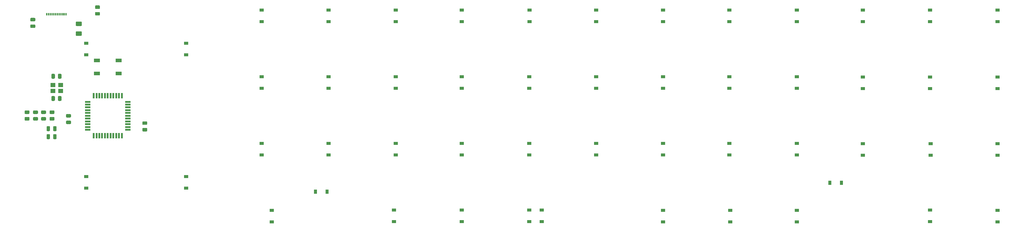
<source format=gbp>
G04 #@! TF.GenerationSoftware,KiCad,Pcbnew,(5.1.5)-3*
G04 #@! TF.CreationDate,2020-01-29T14:06:00-08:00*
G04 #@! TF.ProjectId,EUISOpcb,45554953-4f70-4636-922e-6b696361645f,rev?*
G04 #@! TF.SameCoordinates,Original*
G04 #@! TF.FileFunction,Paste,Bot*
G04 #@! TF.FilePolarity,Positive*
%FSLAX46Y46*%
G04 Gerber Fmt 4.6, Leading zero omitted, Abs format (unit mm)*
G04 Created by KiCad (PCBNEW (5.1.5)-3) date 2020-01-29 14:06:00*
%MOMM*%
%LPD*%
G04 APERTURE LIST*
%ADD10C,0.100000*%
%ADD11R,0.300000X0.700000*%
%ADD12R,1.400000X1.200000*%
%ADD13R,0.550000X1.500000*%
%ADD14R,1.500000X0.550000*%
%ADD15R,1.800000X1.100000*%
%ADD16R,1.200000X0.900000*%
%ADD17R,0.900000X1.200000*%
G04 APERTURE END LIST*
D10*
G36*
X25668504Y-66048204D02*
G01*
X25692773Y-66051804D01*
X25716571Y-66057765D01*
X25739671Y-66066030D01*
X25761849Y-66076520D01*
X25782893Y-66089133D01*
X25802598Y-66103747D01*
X25820777Y-66120223D01*
X25837253Y-66138402D01*
X25851867Y-66158107D01*
X25864480Y-66179151D01*
X25874970Y-66201329D01*
X25883235Y-66224429D01*
X25889196Y-66248227D01*
X25892796Y-66272496D01*
X25894000Y-66297000D01*
X25894000Y-67047000D01*
X25892796Y-67071504D01*
X25889196Y-67095773D01*
X25883235Y-67119571D01*
X25874970Y-67142671D01*
X25864480Y-67164849D01*
X25851867Y-67185893D01*
X25837253Y-67205598D01*
X25820777Y-67223777D01*
X25802598Y-67240253D01*
X25782893Y-67254867D01*
X25761849Y-67267480D01*
X25739671Y-67277970D01*
X25716571Y-67286235D01*
X25692773Y-67292196D01*
X25668504Y-67295796D01*
X25644000Y-67297000D01*
X24394000Y-67297000D01*
X24369496Y-67295796D01*
X24345227Y-67292196D01*
X24321429Y-67286235D01*
X24298329Y-67277970D01*
X24276151Y-67267480D01*
X24255107Y-67254867D01*
X24235402Y-67240253D01*
X24217223Y-67223777D01*
X24200747Y-67205598D01*
X24186133Y-67185893D01*
X24173520Y-67164849D01*
X24163030Y-67142671D01*
X24154765Y-67119571D01*
X24148804Y-67095773D01*
X24145204Y-67071504D01*
X24144000Y-67047000D01*
X24144000Y-66297000D01*
X24145204Y-66272496D01*
X24148804Y-66248227D01*
X24154765Y-66224429D01*
X24163030Y-66201329D01*
X24173520Y-66179151D01*
X24186133Y-66158107D01*
X24200747Y-66138402D01*
X24217223Y-66120223D01*
X24235402Y-66103747D01*
X24255107Y-66089133D01*
X24276151Y-66076520D01*
X24298329Y-66066030D01*
X24321429Y-66057765D01*
X24345227Y-66051804D01*
X24369496Y-66048204D01*
X24394000Y-66047000D01*
X25644000Y-66047000D01*
X25668504Y-66048204D01*
G37*
G36*
X25668504Y-68848204D02*
G01*
X25692773Y-68851804D01*
X25716571Y-68857765D01*
X25739671Y-68866030D01*
X25761849Y-68876520D01*
X25782893Y-68889133D01*
X25802598Y-68903747D01*
X25820777Y-68920223D01*
X25837253Y-68938402D01*
X25851867Y-68958107D01*
X25864480Y-68979151D01*
X25874970Y-69001329D01*
X25883235Y-69024429D01*
X25889196Y-69048227D01*
X25892796Y-69072496D01*
X25894000Y-69097000D01*
X25894000Y-69847000D01*
X25892796Y-69871504D01*
X25889196Y-69895773D01*
X25883235Y-69919571D01*
X25874970Y-69942671D01*
X25864480Y-69964849D01*
X25851867Y-69985893D01*
X25837253Y-70005598D01*
X25820777Y-70023777D01*
X25802598Y-70040253D01*
X25782893Y-70054867D01*
X25761849Y-70067480D01*
X25739671Y-70077970D01*
X25716571Y-70086235D01*
X25692773Y-70092196D01*
X25668504Y-70095796D01*
X25644000Y-70097000D01*
X24394000Y-70097000D01*
X24369496Y-70095796D01*
X24345227Y-70092196D01*
X24321429Y-70086235D01*
X24298329Y-70077970D01*
X24276151Y-70067480D01*
X24255107Y-70054867D01*
X24235402Y-70040253D01*
X24217223Y-70023777D01*
X24200747Y-70005598D01*
X24186133Y-69985893D01*
X24173520Y-69964849D01*
X24163030Y-69942671D01*
X24154765Y-69919571D01*
X24148804Y-69895773D01*
X24145204Y-69871504D01*
X24144000Y-69847000D01*
X24144000Y-69097000D01*
X24145204Y-69072496D01*
X24148804Y-69048227D01*
X24154765Y-69024429D01*
X24163030Y-69001329D01*
X24173520Y-68979151D01*
X24186133Y-68958107D01*
X24200747Y-68938402D01*
X24217223Y-68920223D01*
X24235402Y-68903747D01*
X24255107Y-68889133D01*
X24276151Y-68876520D01*
X24298329Y-68866030D01*
X24321429Y-68857765D01*
X24345227Y-68851804D01*
X24369496Y-68848204D01*
X24394000Y-68847000D01*
X25644000Y-68847000D01*
X25668504Y-68848204D01*
G37*
D11*
X20919000Y-63948000D03*
X19419000Y-63948000D03*
X19919000Y-63948000D03*
X20419000Y-63948000D03*
X21419000Y-63948000D03*
X18919000Y-63948000D03*
X18419000Y-63948000D03*
X17919000Y-63948000D03*
X17419000Y-63948000D03*
X16919000Y-63948000D03*
X16419000Y-63948000D03*
X15919000Y-63948000D03*
D12*
X19853000Y-84152000D03*
X17653000Y-84152000D03*
X17653000Y-85852000D03*
X19853000Y-85852000D03*
D13*
X29274000Y-98664000D03*
X30074000Y-98664000D03*
X30874000Y-98664000D03*
X31674000Y-98664000D03*
X32474000Y-98664000D03*
X33274000Y-98664000D03*
X34074000Y-98664000D03*
X34874000Y-98664000D03*
X35674000Y-98664000D03*
X36474000Y-98664000D03*
X37274000Y-98664000D03*
D14*
X38974000Y-96964000D03*
X38974000Y-96164000D03*
X38974000Y-95364000D03*
X38974000Y-94564000D03*
X38974000Y-93764000D03*
X38974000Y-92964000D03*
X38974000Y-92164000D03*
X38974000Y-91364000D03*
X38974000Y-90564000D03*
X38974000Y-89764000D03*
X38974000Y-88964000D03*
D13*
X37274000Y-87264000D03*
X36474000Y-87264000D03*
X35674000Y-87264000D03*
X34874000Y-87264000D03*
X34074000Y-87264000D03*
X33274000Y-87264000D03*
X32474000Y-87264000D03*
X31674000Y-87264000D03*
X30874000Y-87264000D03*
X30074000Y-87264000D03*
X29274000Y-87264000D03*
D14*
X27574000Y-88964000D03*
X27574000Y-89764000D03*
X27574000Y-90564000D03*
X27574000Y-91364000D03*
X27574000Y-92164000D03*
X27574000Y-92964000D03*
X27574000Y-93764000D03*
X27574000Y-94564000D03*
X27574000Y-95364000D03*
X27574000Y-96164000D03*
X27574000Y-96964000D03*
D15*
X30174000Y-77144000D03*
X36374000Y-80844000D03*
X30174000Y-80844000D03*
X36374000Y-77144000D03*
D10*
G36*
X44295142Y-96463174D02*
G01*
X44318803Y-96466684D01*
X44342007Y-96472496D01*
X44364529Y-96480554D01*
X44386153Y-96490782D01*
X44406670Y-96503079D01*
X44425883Y-96517329D01*
X44443607Y-96533393D01*
X44459671Y-96551117D01*
X44473921Y-96570330D01*
X44486218Y-96590847D01*
X44496446Y-96612471D01*
X44504504Y-96634993D01*
X44510316Y-96658197D01*
X44513826Y-96681858D01*
X44515000Y-96705750D01*
X44515000Y-97193250D01*
X44513826Y-97217142D01*
X44510316Y-97240803D01*
X44504504Y-97264007D01*
X44496446Y-97286529D01*
X44486218Y-97308153D01*
X44473921Y-97328670D01*
X44459671Y-97347883D01*
X44443607Y-97365607D01*
X44425883Y-97381671D01*
X44406670Y-97395921D01*
X44386153Y-97408218D01*
X44364529Y-97418446D01*
X44342007Y-97426504D01*
X44318803Y-97432316D01*
X44295142Y-97435826D01*
X44271250Y-97437000D01*
X43358750Y-97437000D01*
X43334858Y-97435826D01*
X43311197Y-97432316D01*
X43287993Y-97426504D01*
X43265471Y-97418446D01*
X43243847Y-97408218D01*
X43223330Y-97395921D01*
X43204117Y-97381671D01*
X43186393Y-97365607D01*
X43170329Y-97347883D01*
X43156079Y-97328670D01*
X43143782Y-97308153D01*
X43133554Y-97286529D01*
X43125496Y-97264007D01*
X43119684Y-97240803D01*
X43116174Y-97217142D01*
X43115000Y-97193250D01*
X43115000Y-96705750D01*
X43116174Y-96681858D01*
X43119684Y-96658197D01*
X43125496Y-96634993D01*
X43133554Y-96612471D01*
X43143782Y-96590847D01*
X43156079Y-96570330D01*
X43170329Y-96551117D01*
X43186393Y-96533393D01*
X43204117Y-96517329D01*
X43223330Y-96503079D01*
X43243847Y-96490782D01*
X43265471Y-96480554D01*
X43287993Y-96472496D01*
X43311197Y-96466684D01*
X43334858Y-96463174D01*
X43358750Y-96462000D01*
X44271250Y-96462000D01*
X44295142Y-96463174D01*
G37*
G36*
X44295142Y-94588174D02*
G01*
X44318803Y-94591684D01*
X44342007Y-94597496D01*
X44364529Y-94605554D01*
X44386153Y-94615782D01*
X44406670Y-94628079D01*
X44425883Y-94642329D01*
X44443607Y-94658393D01*
X44459671Y-94676117D01*
X44473921Y-94695330D01*
X44486218Y-94715847D01*
X44496446Y-94737471D01*
X44504504Y-94759993D01*
X44510316Y-94783197D01*
X44513826Y-94806858D01*
X44515000Y-94830750D01*
X44515000Y-95318250D01*
X44513826Y-95342142D01*
X44510316Y-95365803D01*
X44504504Y-95389007D01*
X44496446Y-95411529D01*
X44486218Y-95433153D01*
X44473921Y-95453670D01*
X44459671Y-95472883D01*
X44443607Y-95490607D01*
X44425883Y-95506671D01*
X44406670Y-95520921D01*
X44386153Y-95533218D01*
X44364529Y-95543446D01*
X44342007Y-95551504D01*
X44318803Y-95557316D01*
X44295142Y-95560826D01*
X44271250Y-95562000D01*
X43358750Y-95562000D01*
X43334858Y-95560826D01*
X43311197Y-95557316D01*
X43287993Y-95551504D01*
X43265471Y-95543446D01*
X43243847Y-95533218D01*
X43223330Y-95520921D01*
X43204117Y-95506671D01*
X43186393Y-95490607D01*
X43170329Y-95472883D01*
X43156079Y-95453670D01*
X43143782Y-95433153D01*
X43133554Y-95411529D01*
X43125496Y-95389007D01*
X43119684Y-95365803D01*
X43116174Y-95342142D01*
X43115000Y-95318250D01*
X43115000Y-94830750D01*
X43116174Y-94806858D01*
X43119684Y-94783197D01*
X43125496Y-94759993D01*
X43133554Y-94737471D01*
X43143782Y-94715847D01*
X43156079Y-94695330D01*
X43170329Y-94676117D01*
X43186393Y-94658393D01*
X43204117Y-94642329D01*
X43223330Y-94628079D01*
X43243847Y-94615782D01*
X43265471Y-94605554D01*
X43287993Y-94597496D01*
X43311197Y-94591684D01*
X43334858Y-94588174D01*
X43358750Y-94587000D01*
X44271250Y-94587000D01*
X44295142Y-94588174D01*
G37*
G36*
X16602142Y-98234174D02*
G01*
X16625803Y-98237684D01*
X16649007Y-98243496D01*
X16671529Y-98251554D01*
X16693153Y-98261782D01*
X16713670Y-98274079D01*
X16732883Y-98288329D01*
X16750607Y-98304393D01*
X16766671Y-98322117D01*
X16780921Y-98341330D01*
X16793218Y-98361847D01*
X16803446Y-98383471D01*
X16811504Y-98405993D01*
X16817316Y-98429197D01*
X16820826Y-98452858D01*
X16822000Y-98476750D01*
X16822000Y-99389250D01*
X16820826Y-99413142D01*
X16817316Y-99436803D01*
X16811504Y-99460007D01*
X16803446Y-99482529D01*
X16793218Y-99504153D01*
X16780921Y-99524670D01*
X16766671Y-99543883D01*
X16750607Y-99561607D01*
X16732883Y-99577671D01*
X16713670Y-99591921D01*
X16693153Y-99604218D01*
X16671529Y-99614446D01*
X16649007Y-99622504D01*
X16625803Y-99628316D01*
X16602142Y-99631826D01*
X16578250Y-99633000D01*
X16090750Y-99633000D01*
X16066858Y-99631826D01*
X16043197Y-99628316D01*
X16019993Y-99622504D01*
X15997471Y-99614446D01*
X15975847Y-99604218D01*
X15955330Y-99591921D01*
X15936117Y-99577671D01*
X15918393Y-99561607D01*
X15902329Y-99543883D01*
X15888079Y-99524670D01*
X15875782Y-99504153D01*
X15865554Y-99482529D01*
X15857496Y-99460007D01*
X15851684Y-99436803D01*
X15848174Y-99413142D01*
X15847000Y-99389250D01*
X15847000Y-98476750D01*
X15848174Y-98452858D01*
X15851684Y-98429197D01*
X15857496Y-98405993D01*
X15865554Y-98383471D01*
X15875782Y-98361847D01*
X15888079Y-98341330D01*
X15902329Y-98322117D01*
X15918393Y-98304393D01*
X15936117Y-98288329D01*
X15955330Y-98274079D01*
X15975847Y-98261782D01*
X15997471Y-98251554D01*
X16019993Y-98243496D01*
X16043197Y-98237684D01*
X16066858Y-98234174D01*
X16090750Y-98233000D01*
X16578250Y-98233000D01*
X16602142Y-98234174D01*
G37*
G36*
X18477142Y-98234174D02*
G01*
X18500803Y-98237684D01*
X18524007Y-98243496D01*
X18546529Y-98251554D01*
X18568153Y-98261782D01*
X18588670Y-98274079D01*
X18607883Y-98288329D01*
X18625607Y-98304393D01*
X18641671Y-98322117D01*
X18655921Y-98341330D01*
X18668218Y-98361847D01*
X18678446Y-98383471D01*
X18686504Y-98405993D01*
X18692316Y-98429197D01*
X18695826Y-98452858D01*
X18697000Y-98476750D01*
X18697000Y-99389250D01*
X18695826Y-99413142D01*
X18692316Y-99436803D01*
X18686504Y-99460007D01*
X18678446Y-99482529D01*
X18668218Y-99504153D01*
X18655921Y-99524670D01*
X18641671Y-99543883D01*
X18625607Y-99561607D01*
X18607883Y-99577671D01*
X18588670Y-99591921D01*
X18568153Y-99604218D01*
X18546529Y-99614446D01*
X18524007Y-99622504D01*
X18500803Y-99628316D01*
X18477142Y-99631826D01*
X18453250Y-99633000D01*
X17965750Y-99633000D01*
X17941858Y-99631826D01*
X17918197Y-99628316D01*
X17894993Y-99622504D01*
X17872471Y-99614446D01*
X17850847Y-99604218D01*
X17830330Y-99591921D01*
X17811117Y-99577671D01*
X17793393Y-99561607D01*
X17777329Y-99543883D01*
X17763079Y-99524670D01*
X17750782Y-99504153D01*
X17740554Y-99482529D01*
X17732496Y-99460007D01*
X17726684Y-99436803D01*
X17723174Y-99413142D01*
X17722000Y-99389250D01*
X17722000Y-98476750D01*
X17723174Y-98452858D01*
X17726684Y-98429197D01*
X17732496Y-98405993D01*
X17740554Y-98383471D01*
X17750782Y-98361847D01*
X17763079Y-98341330D01*
X17777329Y-98322117D01*
X17793393Y-98304393D01*
X17811117Y-98288329D01*
X17830330Y-98274079D01*
X17850847Y-98261782D01*
X17872471Y-98251554D01*
X17894993Y-98243496D01*
X17918197Y-98237684D01*
X17941858Y-98234174D01*
X17965750Y-98233000D01*
X18453250Y-98233000D01*
X18477142Y-98234174D01*
G37*
G36*
X16602142Y-95948174D02*
G01*
X16625803Y-95951684D01*
X16649007Y-95957496D01*
X16671529Y-95965554D01*
X16693153Y-95975782D01*
X16713670Y-95988079D01*
X16732883Y-96002329D01*
X16750607Y-96018393D01*
X16766671Y-96036117D01*
X16780921Y-96055330D01*
X16793218Y-96075847D01*
X16803446Y-96097471D01*
X16811504Y-96119993D01*
X16817316Y-96143197D01*
X16820826Y-96166858D01*
X16822000Y-96190750D01*
X16822000Y-97103250D01*
X16820826Y-97127142D01*
X16817316Y-97150803D01*
X16811504Y-97174007D01*
X16803446Y-97196529D01*
X16793218Y-97218153D01*
X16780921Y-97238670D01*
X16766671Y-97257883D01*
X16750607Y-97275607D01*
X16732883Y-97291671D01*
X16713670Y-97305921D01*
X16693153Y-97318218D01*
X16671529Y-97328446D01*
X16649007Y-97336504D01*
X16625803Y-97342316D01*
X16602142Y-97345826D01*
X16578250Y-97347000D01*
X16090750Y-97347000D01*
X16066858Y-97345826D01*
X16043197Y-97342316D01*
X16019993Y-97336504D01*
X15997471Y-97328446D01*
X15975847Y-97318218D01*
X15955330Y-97305921D01*
X15936117Y-97291671D01*
X15918393Y-97275607D01*
X15902329Y-97257883D01*
X15888079Y-97238670D01*
X15875782Y-97218153D01*
X15865554Y-97196529D01*
X15857496Y-97174007D01*
X15851684Y-97150803D01*
X15848174Y-97127142D01*
X15847000Y-97103250D01*
X15847000Y-96190750D01*
X15848174Y-96166858D01*
X15851684Y-96143197D01*
X15857496Y-96119993D01*
X15865554Y-96097471D01*
X15875782Y-96075847D01*
X15888079Y-96055330D01*
X15902329Y-96036117D01*
X15918393Y-96018393D01*
X15936117Y-96002329D01*
X15955330Y-95988079D01*
X15975847Y-95975782D01*
X15997471Y-95965554D01*
X16019993Y-95957496D01*
X16043197Y-95951684D01*
X16066858Y-95948174D01*
X16090750Y-95947000D01*
X16578250Y-95947000D01*
X16602142Y-95948174D01*
G37*
G36*
X18477142Y-95948174D02*
G01*
X18500803Y-95951684D01*
X18524007Y-95957496D01*
X18546529Y-95965554D01*
X18568153Y-95975782D01*
X18588670Y-95988079D01*
X18607883Y-96002329D01*
X18625607Y-96018393D01*
X18641671Y-96036117D01*
X18655921Y-96055330D01*
X18668218Y-96075847D01*
X18678446Y-96097471D01*
X18686504Y-96119993D01*
X18692316Y-96143197D01*
X18695826Y-96166858D01*
X18697000Y-96190750D01*
X18697000Y-97103250D01*
X18695826Y-97127142D01*
X18692316Y-97150803D01*
X18686504Y-97174007D01*
X18678446Y-97196529D01*
X18668218Y-97218153D01*
X18655921Y-97238670D01*
X18641671Y-97257883D01*
X18625607Y-97275607D01*
X18607883Y-97291671D01*
X18588670Y-97305921D01*
X18568153Y-97318218D01*
X18546529Y-97328446D01*
X18524007Y-97336504D01*
X18500803Y-97342316D01*
X18477142Y-97345826D01*
X18453250Y-97347000D01*
X17965750Y-97347000D01*
X17941858Y-97345826D01*
X17918197Y-97342316D01*
X17894993Y-97336504D01*
X17872471Y-97328446D01*
X17850847Y-97318218D01*
X17830330Y-97305921D01*
X17811117Y-97291671D01*
X17793393Y-97275607D01*
X17777329Y-97257883D01*
X17763079Y-97238670D01*
X17750782Y-97218153D01*
X17740554Y-97196529D01*
X17732496Y-97174007D01*
X17726684Y-97150803D01*
X17723174Y-97127142D01*
X17722000Y-97103250D01*
X17722000Y-96190750D01*
X17723174Y-96166858D01*
X17726684Y-96143197D01*
X17732496Y-96119993D01*
X17740554Y-96097471D01*
X17750782Y-96075847D01*
X17763079Y-96055330D01*
X17777329Y-96036117D01*
X17793393Y-96018393D01*
X17811117Y-96002329D01*
X17830330Y-95988079D01*
X17850847Y-95975782D01*
X17872471Y-95965554D01*
X17894993Y-95957496D01*
X17918197Y-95951684D01*
X17941858Y-95948174D01*
X17965750Y-95947000D01*
X18453250Y-95947000D01*
X18477142Y-95948174D01*
G37*
G36*
X30833142Y-61441174D02*
G01*
X30856803Y-61444684D01*
X30880007Y-61450496D01*
X30902529Y-61458554D01*
X30924153Y-61468782D01*
X30944670Y-61481079D01*
X30963883Y-61495329D01*
X30981607Y-61511393D01*
X30997671Y-61529117D01*
X31011921Y-61548330D01*
X31024218Y-61568847D01*
X31034446Y-61590471D01*
X31042504Y-61612993D01*
X31048316Y-61636197D01*
X31051826Y-61659858D01*
X31053000Y-61683750D01*
X31053000Y-62171250D01*
X31051826Y-62195142D01*
X31048316Y-62218803D01*
X31042504Y-62242007D01*
X31034446Y-62264529D01*
X31024218Y-62286153D01*
X31011921Y-62306670D01*
X30997671Y-62325883D01*
X30981607Y-62343607D01*
X30963883Y-62359671D01*
X30944670Y-62373921D01*
X30924153Y-62386218D01*
X30902529Y-62396446D01*
X30880007Y-62404504D01*
X30856803Y-62410316D01*
X30833142Y-62413826D01*
X30809250Y-62415000D01*
X29896750Y-62415000D01*
X29872858Y-62413826D01*
X29849197Y-62410316D01*
X29825993Y-62404504D01*
X29803471Y-62396446D01*
X29781847Y-62386218D01*
X29761330Y-62373921D01*
X29742117Y-62359671D01*
X29724393Y-62343607D01*
X29708329Y-62325883D01*
X29694079Y-62306670D01*
X29681782Y-62286153D01*
X29671554Y-62264529D01*
X29663496Y-62242007D01*
X29657684Y-62218803D01*
X29654174Y-62195142D01*
X29653000Y-62171250D01*
X29653000Y-61683750D01*
X29654174Y-61659858D01*
X29657684Y-61636197D01*
X29663496Y-61612993D01*
X29671554Y-61590471D01*
X29681782Y-61568847D01*
X29694079Y-61548330D01*
X29708329Y-61529117D01*
X29724393Y-61511393D01*
X29742117Y-61495329D01*
X29761330Y-61481079D01*
X29781847Y-61468782D01*
X29803471Y-61458554D01*
X29825993Y-61450496D01*
X29849197Y-61444684D01*
X29872858Y-61441174D01*
X29896750Y-61440000D01*
X30809250Y-61440000D01*
X30833142Y-61441174D01*
G37*
G36*
X30833142Y-63316174D02*
G01*
X30856803Y-63319684D01*
X30880007Y-63325496D01*
X30902529Y-63333554D01*
X30924153Y-63343782D01*
X30944670Y-63356079D01*
X30963883Y-63370329D01*
X30981607Y-63386393D01*
X30997671Y-63404117D01*
X31011921Y-63423330D01*
X31024218Y-63443847D01*
X31034446Y-63465471D01*
X31042504Y-63487993D01*
X31048316Y-63511197D01*
X31051826Y-63534858D01*
X31053000Y-63558750D01*
X31053000Y-64046250D01*
X31051826Y-64070142D01*
X31048316Y-64093803D01*
X31042504Y-64117007D01*
X31034446Y-64139529D01*
X31024218Y-64161153D01*
X31011921Y-64181670D01*
X30997671Y-64200883D01*
X30981607Y-64218607D01*
X30963883Y-64234671D01*
X30944670Y-64248921D01*
X30924153Y-64261218D01*
X30902529Y-64271446D01*
X30880007Y-64279504D01*
X30856803Y-64285316D01*
X30833142Y-64288826D01*
X30809250Y-64290000D01*
X29896750Y-64290000D01*
X29872858Y-64288826D01*
X29849197Y-64285316D01*
X29825993Y-64279504D01*
X29803471Y-64271446D01*
X29781847Y-64261218D01*
X29761330Y-64248921D01*
X29742117Y-64234671D01*
X29724393Y-64218607D01*
X29708329Y-64200883D01*
X29694079Y-64181670D01*
X29681782Y-64161153D01*
X29671554Y-64139529D01*
X29663496Y-64117007D01*
X29657684Y-64093803D01*
X29654174Y-64070142D01*
X29653000Y-64046250D01*
X29653000Y-63558750D01*
X29654174Y-63534858D01*
X29657684Y-63511197D01*
X29663496Y-63487993D01*
X29671554Y-63465471D01*
X29681782Y-63443847D01*
X29694079Y-63423330D01*
X29708329Y-63404117D01*
X29724393Y-63386393D01*
X29742117Y-63370329D01*
X29761330Y-63356079D01*
X29781847Y-63343782D01*
X29803471Y-63333554D01*
X29825993Y-63325496D01*
X29849197Y-63319684D01*
X29872858Y-63316174D01*
X29896750Y-63315000D01*
X30809250Y-63315000D01*
X30833142Y-63316174D01*
G37*
G36*
X12418142Y-66872174D02*
G01*
X12441803Y-66875684D01*
X12465007Y-66881496D01*
X12487529Y-66889554D01*
X12509153Y-66899782D01*
X12529670Y-66912079D01*
X12548883Y-66926329D01*
X12566607Y-66942393D01*
X12582671Y-66960117D01*
X12596921Y-66979330D01*
X12609218Y-66999847D01*
X12619446Y-67021471D01*
X12627504Y-67043993D01*
X12633316Y-67067197D01*
X12636826Y-67090858D01*
X12638000Y-67114750D01*
X12638000Y-67602250D01*
X12636826Y-67626142D01*
X12633316Y-67649803D01*
X12627504Y-67673007D01*
X12619446Y-67695529D01*
X12609218Y-67717153D01*
X12596921Y-67737670D01*
X12582671Y-67756883D01*
X12566607Y-67774607D01*
X12548883Y-67790671D01*
X12529670Y-67804921D01*
X12509153Y-67817218D01*
X12487529Y-67827446D01*
X12465007Y-67835504D01*
X12441803Y-67841316D01*
X12418142Y-67844826D01*
X12394250Y-67846000D01*
X11481750Y-67846000D01*
X11457858Y-67844826D01*
X11434197Y-67841316D01*
X11410993Y-67835504D01*
X11388471Y-67827446D01*
X11366847Y-67817218D01*
X11346330Y-67804921D01*
X11327117Y-67790671D01*
X11309393Y-67774607D01*
X11293329Y-67756883D01*
X11279079Y-67737670D01*
X11266782Y-67717153D01*
X11256554Y-67695529D01*
X11248496Y-67673007D01*
X11242684Y-67649803D01*
X11239174Y-67626142D01*
X11238000Y-67602250D01*
X11238000Y-67114750D01*
X11239174Y-67090858D01*
X11242684Y-67067197D01*
X11248496Y-67043993D01*
X11256554Y-67021471D01*
X11266782Y-66999847D01*
X11279079Y-66979330D01*
X11293329Y-66960117D01*
X11309393Y-66942393D01*
X11327117Y-66926329D01*
X11346330Y-66912079D01*
X11366847Y-66899782D01*
X11388471Y-66889554D01*
X11410993Y-66881496D01*
X11434197Y-66875684D01*
X11457858Y-66872174D01*
X11481750Y-66871000D01*
X12394250Y-66871000D01*
X12418142Y-66872174D01*
G37*
G36*
X12418142Y-64997174D02*
G01*
X12441803Y-65000684D01*
X12465007Y-65006496D01*
X12487529Y-65014554D01*
X12509153Y-65024782D01*
X12529670Y-65037079D01*
X12548883Y-65051329D01*
X12566607Y-65067393D01*
X12582671Y-65085117D01*
X12596921Y-65104330D01*
X12609218Y-65124847D01*
X12619446Y-65146471D01*
X12627504Y-65168993D01*
X12633316Y-65192197D01*
X12636826Y-65215858D01*
X12638000Y-65239750D01*
X12638000Y-65727250D01*
X12636826Y-65751142D01*
X12633316Y-65774803D01*
X12627504Y-65798007D01*
X12619446Y-65820529D01*
X12609218Y-65842153D01*
X12596921Y-65862670D01*
X12582671Y-65881883D01*
X12566607Y-65899607D01*
X12548883Y-65915671D01*
X12529670Y-65929921D01*
X12509153Y-65942218D01*
X12487529Y-65952446D01*
X12465007Y-65960504D01*
X12441803Y-65966316D01*
X12418142Y-65969826D01*
X12394250Y-65971000D01*
X11481750Y-65971000D01*
X11457858Y-65969826D01*
X11434197Y-65966316D01*
X11410993Y-65960504D01*
X11388471Y-65952446D01*
X11366847Y-65942218D01*
X11346330Y-65929921D01*
X11327117Y-65915671D01*
X11309393Y-65899607D01*
X11293329Y-65881883D01*
X11279079Y-65862670D01*
X11266782Y-65842153D01*
X11256554Y-65820529D01*
X11248496Y-65798007D01*
X11242684Y-65774803D01*
X11239174Y-65751142D01*
X11238000Y-65727250D01*
X11238000Y-65239750D01*
X11239174Y-65215858D01*
X11242684Y-65192197D01*
X11248496Y-65168993D01*
X11256554Y-65146471D01*
X11266782Y-65124847D01*
X11279079Y-65104330D01*
X11293329Y-65085117D01*
X11309393Y-65067393D01*
X11327117Y-65051329D01*
X11346330Y-65037079D01*
X11366847Y-65024782D01*
X11388471Y-65014554D01*
X11410993Y-65006496D01*
X11434197Y-65000684D01*
X11457858Y-64997174D01*
X11481750Y-64996000D01*
X12394250Y-64996000D01*
X12418142Y-64997174D01*
G37*
D16*
X286639000Y-120016000D03*
X286639000Y-123316000D03*
X267462000Y-119889000D03*
X267462000Y-123189000D03*
D17*
X242188000Y-112141000D03*
X238888000Y-112141000D03*
D16*
X229489000Y-120016000D03*
X229489000Y-123316000D03*
X210566000Y-120016000D03*
X210566000Y-123316000D03*
X191389000Y-120016000D03*
X191389000Y-123316000D03*
X156845000Y-119888000D03*
X156845000Y-123188000D03*
X153289000Y-119889000D03*
X153289000Y-123189000D03*
X134112000Y-119889000D03*
X134112000Y-123189000D03*
X114808000Y-119889000D03*
X114808000Y-123189000D03*
D17*
X92456000Y-114681000D03*
X95756000Y-114681000D03*
D16*
X80010000Y-120016000D03*
X80010000Y-123316000D03*
X286639000Y-100966000D03*
X286639000Y-104266000D03*
X267589000Y-100966000D03*
X267589000Y-104266000D03*
X248285000Y-100966000D03*
X248285000Y-104266000D03*
X229489000Y-100839000D03*
X229489000Y-104139000D03*
X210312000Y-100839000D03*
X210312000Y-104139000D03*
X191389000Y-100839000D03*
X191389000Y-104139000D03*
X172339000Y-100839000D03*
X172339000Y-104139000D03*
X153289000Y-100839000D03*
X153289000Y-104139000D03*
X134112000Y-100839000D03*
X134112000Y-104139000D03*
X115316000Y-100839000D03*
X115316000Y-104139000D03*
X96139000Y-100839000D03*
X96139000Y-104139000D03*
X77089000Y-100839000D03*
X77089000Y-104139000D03*
X55626000Y-110364000D03*
X55626000Y-113664000D03*
X27178000Y-110364000D03*
X27178000Y-113664000D03*
X286639000Y-81916000D03*
X286639000Y-85216000D03*
X267462000Y-81916000D03*
X267462000Y-85216000D03*
X248285000Y-81916000D03*
X248285000Y-85216000D03*
X229489000Y-81789000D03*
X229489000Y-85089000D03*
X210312000Y-81789000D03*
X210312000Y-85089000D03*
X191389000Y-81789000D03*
X191389000Y-85089000D03*
X172339000Y-81789000D03*
X172339000Y-85089000D03*
X153289000Y-81789000D03*
X153289000Y-85089000D03*
X134112000Y-81789000D03*
X134112000Y-85089000D03*
X115316000Y-81789000D03*
X115316000Y-85089000D03*
X96139000Y-81789000D03*
X96139000Y-85089000D03*
X77089000Y-81789000D03*
X77089000Y-85089000D03*
X55626000Y-72264000D03*
X55626000Y-75564000D03*
X27178000Y-72264000D03*
X27178000Y-75564000D03*
X286639000Y-62739000D03*
X286639000Y-66039000D03*
X267462000Y-62739000D03*
X267462000Y-66039000D03*
X248285000Y-62739000D03*
X248285000Y-66039000D03*
X229489000Y-62739000D03*
X229489000Y-66039000D03*
X210312000Y-62739000D03*
X210312000Y-66039000D03*
X191389000Y-62739000D03*
X191389000Y-66039000D03*
X172339000Y-62739000D03*
X172339000Y-66039000D03*
X153416000Y-62739000D03*
X153416000Y-66039000D03*
X134112000Y-62739000D03*
X134112000Y-66039000D03*
X115316000Y-62739000D03*
X115316000Y-66039000D03*
X96139000Y-62739000D03*
X96139000Y-66039000D03*
X77089000Y-62739000D03*
X77089000Y-66039000D03*
D10*
G36*
X10767142Y-91461674D02*
G01*
X10790803Y-91465184D01*
X10814007Y-91470996D01*
X10836529Y-91479054D01*
X10858153Y-91489282D01*
X10878670Y-91501579D01*
X10897883Y-91515829D01*
X10915607Y-91531893D01*
X10931671Y-91549617D01*
X10945921Y-91568830D01*
X10958218Y-91589347D01*
X10968446Y-91610971D01*
X10976504Y-91633493D01*
X10982316Y-91656697D01*
X10985826Y-91680358D01*
X10987000Y-91704250D01*
X10987000Y-92191750D01*
X10985826Y-92215642D01*
X10982316Y-92239303D01*
X10976504Y-92262507D01*
X10968446Y-92285029D01*
X10958218Y-92306653D01*
X10945921Y-92327170D01*
X10931671Y-92346383D01*
X10915607Y-92364107D01*
X10897883Y-92380171D01*
X10878670Y-92394421D01*
X10858153Y-92406718D01*
X10836529Y-92416946D01*
X10814007Y-92425004D01*
X10790803Y-92430816D01*
X10767142Y-92434326D01*
X10743250Y-92435500D01*
X9830750Y-92435500D01*
X9806858Y-92434326D01*
X9783197Y-92430816D01*
X9759993Y-92425004D01*
X9737471Y-92416946D01*
X9715847Y-92406718D01*
X9695330Y-92394421D01*
X9676117Y-92380171D01*
X9658393Y-92364107D01*
X9642329Y-92346383D01*
X9628079Y-92327170D01*
X9615782Y-92306653D01*
X9605554Y-92285029D01*
X9597496Y-92262507D01*
X9591684Y-92239303D01*
X9588174Y-92215642D01*
X9587000Y-92191750D01*
X9587000Y-91704250D01*
X9588174Y-91680358D01*
X9591684Y-91656697D01*
X9597496Y-91633493D01*
X9605554Y-91610971D01*
X9615782Y-91589347D01*
X9628079Y-91568830D01*
X9642329Y-91549617D01*
X9658393Y-91531893D01*
X9676117Y-91515829D01*
X9695330Y-91501579D01*
X9715847Y-91489282D01*
X9737471Y-91479054D01*
X9759993Y-91470996D01*
X9783197Y-91465184D01*
X9806858Y-91461674D01*
X9830750Y-91460500D01*
X10743250Y-91460500D01*
X10767142Y-91461674D01*
G37*
G36*
X10767142Y-93336674D02*
G01*
X10790803Y-93340184D01*
X10814007Y-93345996D01*
X10836529Y-93354054D01*
X10858153Y-93364282D01*
X10878670Y-93376579D01*
X10897883Y-93390829D01*
X10915607Y-93406893D01*
X10931671Y-93424617D01*
X10945921Y-93443830D01*
X10958218Y-93464347D01*
X10968446Y-93485971D01*
X10976504Y-93508493D01*
X10982316Y-93531697D01*
X10985826Y-93555358D01*
X10987000Y-93579250D01*
X10987000Y-94066750D01*
X10985826Y-94090642D01*
X10982316Y-94114303D01*
X10976504Y-94137507D01*
X10968446Y-94160029D01*
X10958218Y-94181653D01*
X10945921Y-94202170D01*
X10931671Y-94221383D01*
X10915607Y-94239107D01*
X10897883Y-94255171D01*
X10878670Y-94269421D01*
X10858153Y-94281718D01*
X10836529Y-94291946D01*
X10814007Y-94300004D01*
X10790803Y-94305816D01*
X10767142Y-94309326D01*
X10743250Y-94310500D01*
X9830750Y-94310500D01*
X9806858Y-94309326D01*
X9783197Y-94305816D01*
X9759993Y-94300004D01*
X9737471Y-94291946D01*
X9715847Y-94281718D01*
X9695330Y-94269421D01*
X9676117Y-94255171D01*
X9658393Y-94239107D01*
X9642329Y-94221383D01*
X9628079Y-94202170D01*
X9615782Y-94181653D01*
X9605554Y-94160029D01*
X9597496Y-94137507D01*
X9591684Y-94114303D01*
X9588174Y-94090642D01*
X9587000Y-94066750D01*
X9587000Y-93579250D01*
X9588174Y-93555358D01*
X9591684Y-93531697D01*
X9597496Y-93508493D01*
X9605554Y-93485971D01*
X9615782Y-93464347D01*
X9628079Y-93443830D01*
X9642329Y-93424617D01*
X9658393Y-93406893D01*
X9676117Y-93390829D01*
X9695330Y-93376579D01*
X9715847Y-93364282D01*
X9737471Y-93354054D01*
X9759993Y-93345996D01*
X9783197Y-93340184D01*
X9806858Y-93336674D01*
X9830750Y-93335500D01*
X10743250Y-93335500D01*
X10767142Y-93336674D01*
G37*
G36*
X15466142Y-91461674D02*
G01*
X15489803Y-91465184D01*
X15513007Y-91470996D01*
X15535529Y-91479054D01*
X15557153Y-91489282D01*
X15577670Y-91501579D01*
X15596883Y-91515829D01*
X15614607Y-91531893D01*
X15630671Y-91549617D01*
X15644921Y-91568830D01*
X15657218Y-91589347D01*
X15667446Y-91610971D01*
X15675504Y-91633493D01*
X15681316Y-91656697D01*
X15684826Y-91680358D01*
X15686000Y-91704250D01*
X15686000Y-92191750D01*
X15684826Y-92215642D01*
X15681316Y-92239303D01*
X15675504Y-92262507D01*
X15667446Y-92285029D01*
X15657218Y-92306653D01*
X15644921Y-92327170D01*
X15630671Y-92346383D01*
X15614607Y-92364107D01*
X15596883Y-92380171D01*
X15577670Y-92394421D01*
X15557153Y-92406718D01*
X15535529Y-92416946D01*
X15513007Y-92425004D01*
X15489803Y-92430816D01*
X15466142Y-92434326D01*
X15442250Y-92435500D01*
X14529750Y-92435500D01*
X14505858Y-92434326D01*
X14482197Y-92430816D01*
X14458993Y-92425004D01*
X14436471Y-92416946D01*
X14414847Y-92406718D01*
X14394330Y-92394421D01*
X14375117Y-92380171D01*
X14357393Y-92364107D01*
X14341329Y-92346383D01*
X14327079Y-92327170D01*
X14314782Y-92306653D01*
X14304554Y-92285029D01*
X14296496Y-92262507D01*
X14290684Y-92239303D01*
X14287174Y-92215642D01*
X14286000Y-92191750D01*
X14286000Y-91704250D01*
X14287174Y-91680358D01*
X14290684Y-91656697D01*
X14296496Y-91633493D01*
X14304554Y-91610971D01*
X14314782Y-91589347D01*
X14327079Y-91568830D01*
X14341329Y-91549617D01*
X14357393Y-91531893D01*
X14375117Y-91515829D01*
X14394330Y-91501579D01*
X14414847Y-91489282D01*
X14436471Y-91479054D01*
X14458993Y-91470996D01*
X14482197Y-91465184D01*
X14505858Y-91461674D01*
X14529750Y-91460500D01*
X15442250Y-91460500D01*
X15466142Y-91461674D01*
G37*
G36*
X15466142Y-93336674D02*
G01*
X15489803Y-93340184D01*
X15513007Y-93345996D01*
X15535529Y-93354054D01*
X15557153Y-93364282D01*
X15577670Y-93376579D01*
X15596883Y-93390829D01*
X15614607Y-93406893D01*
X15630671Y-93424617D01*
X15644921Y-93443830D01*
X15657218Y-93464347D01*
X15667446Y-93485971D01*
X15675504Y-93508493D01*
X15681316Y-93531697D01*
X15684826Y-93555358D01*
X15686000Y-93579250D01*
X15686000Y-94066750D01*
X15684826Y-94090642D01*
X15681316Y-94114303D01*
X15675504Y-94137507D01*
X15667446Y-94160029D01*
X15657218Y-94181653D01*
X15644921Y-94202170D01*
X15630671Y-94221383D01*
X15614607Y-94239107D01*
X15596883Y-94255171D01*
X15577670Y-94269421D01*
X15557153Y-94281718D01*
X15535529Y-94291946D01*
X15513007Y-94300004D01*
X15489803Y-94305816D01*
X15466142Y-94309326D01*
X15442250Y-94310500D01*
X14529750Y-94310500D01*
X14505858Y-94309326D01*
X14482197Y-94305816D01*
X14458993Y-94300004D01*
X14436471Y-94291946D01*
X14414847Y-94281718D01*
X14394330Y-94269421D01*
X14375117Y-94255171D01*
X14357393Y-94239107D01*
X14341329Y-94221383D01*
X14327079Y-94202170D01*
X14314782Y-94181653D01*
X14304554Y-94160029D01*
X14296496Y-94137507D01*
X14290684Y-94114303D01*
X14287174Y-94090642D01*
X14286000Y-94066750D01*
X14286000Y-93579250D01*
X14287174Y-93555358D01*
X14290684Y-93531697D01*
X14296496Y-93508493D01*
X14304554Y-93485971D01*
X14314782Y-93464347D01*
X14327079Y-93443830D01*
X14341329Y-93424617D01*
X14357393Y-93406893D01*
X14375117Y-93390829D01*
X14394330Y-93376579D01*
X14414847Y-93364282D01*
X14436471Y-93354054D01*
X14458993Y-93345996D01*
X14482197Y-93340184D01*
X14505858Y-93336674D01*
X14529750Y-93335500D01*
X15442250Y-93335500D01*
X15466142Y-93336674D01*
G37*
G36*
X17879142Y-91461674D02*
G01*
X17902803Y-91465184D01*
X17926007Y-91470996D01*
X17948529Y-91479054D01*
X17970153Y-91489282D01*
X17990670Y-91501579D01*
X18009883Y-91515829D01*
X18027607Y-91531893D01*
X18043671Y-91549617D01*
X18057921Y-91568830D01*
X18070218Y-91589347D01*
X18080446Y-91610971D01*
X18088504Y-91633493D01*
X18094316Y-91656697D01*
X18097826Y-91680358D01*
X18099000Y-91704250D01*
X18099000Y-92191750D01*
X18097826Y-92215642D01*
X18094316Y-92239303D01*
X18088504Y-92262507D01*
X18080446Y-92285029D01*
X18070218Y-92306653D01*
X18057921Y-92327170D01*
X18043671Y-92346383D01*
X18027607Y-92364107D01*
X18009883Y-92380171D01*
X17990670Y-92394421D01*
X17970153Y-92406718D01*
X17948529Y-92416946D01*
X17926007Y-92425004D01*
X17902803Y-92430816D01*
X17879142Y-92434326D01*
X17855250Y-92435500D01*
X16942750Y-92435500D01*
X16918858Y-92434326D01*
X16895197Y-92430816D01*
X16871993Y-92425004D01*
X16849471Y-92416946D01*
X16827847Y-92406718D01*
X16807330Y-92394421D01*
X16788117Y-92380171D01*
X16770393Y-92364107D01*
X16754329Y-92346383D01*
X16740079Y-92327170D01*
X16727782Y-92306653D01*
X16717554Y-92285029D01*
X16709496Y-92262507D01*
X16703684Y-92239303D01*
X16700174Y-92215642D01*
X16699000Y-92191750D01*
X16699000Y-91704250D01*
X16700174Y-91680358D01*
X16703684Y-91656697D01*
X16709496Y-91633493D01*
X16717554Y-91610971D01*
X16727782Y-91589347D01*
X16740079Y-91568830D01*
X16754329Y-91549617D01*
X16770393Y-91531893D01*
X16788117Y-91515829D01*
X16807330Y-91501579D01*
X16827847Y-91489282D01*
X16849471Y-91479054D01*
X16871993Y-91470996D01*
X16895197Y-91465184D01*
X16918858Y-91461674D01*
X16942750Y-91460500D01*
X17855250Y-91460500D01*
X17879142Y-91461674D01*
G37*
G36*
X17879142Y-93336674D02*
G01*
X17902803Y-93340184D01*
X17926007Y-93345996D01*
X17948529Y-93354054D01*
X17970153Y-93364282D01*
X17990670Y-93376579D01*
X18009883Y-93390829D01*
X18027607Y-93406893D01*
X18043671Y-93424617D01*
X18057921Y-93443830D01*
X18070218Y-93464347D01*
X18080446Y-93485971D01*
X18088504Y-93508493D01*
X18094316Y-93531697D01*
X18097826Y-93555358D01*
X18099000Y-93579250D01*
X18099000Y-94066750D01*
X18097826Y-94090642D01*
X18094316Y-94114303D01*
X18088504Y-94137507D01*
X18080446Y-94160029D01*
X18070218Y-94181653D01*
X18057921Y-94202170D01*
X18043671Y-94221383D01*
X18027607Y-94239107D01*
X18009883Y-94255171D01*
X17990670Y-94269421D01*
X17970153Y-94281718D01*
X17948529Y-94291946D01*
X17926007Y-94300004D01*
X17902803Y-94305816D01*
X17879142Y-94309326D01*
X17855250Y-94310500D01*
X16942750Y-94310500D01*
X16918858Y-94309326D01*
X16895197Y-94305816D01*
X16871993Y-94300004D01*
X16849471Y-94291946D01*
X16827847Y-94281718D01*
X16807330Y-94269421D01*
X16788117Y-94255171D01*
X16770393Y-94239107D01*
X16754329Y-94221383D01*
X16740079Y-94202170D01*
X16727782Y-94181653D01*
X16717554Y-94160029D01*
X16709496Y-94137507D01*
X16703684Y-94114303D01*
X16700174Y-94090642D01*
X16699000Y-94066750D01*
X16699000Y-93579250D01*
X16700174Y-93555358D01*
X16703684Y-93531697D01*
X16709496Y-93508493D01*
X16717554Y-93485971D01*
X16727782Y-93464347D01*
X16740079Y-93443830D01*
X16754329Y-93424617D01*
X16770393Y-93406893D01*
X16788117Y-93390829D01*
X16807330Y-93376579D01*
X16827847Y-93364282D01*
X16849471Y-93354054D01*
X16871993Y-93345996D01*
X16895197Y-93340184D01*
X16918858Y-93336674D01*
X16942750Y-93335500D01*
X17855250Y-93335500D01*
X17879142Y-93336674D01*
G37*
G36*
X13180142Y-93336674D02*
G01*
X13203803Y-93340184D01*
X13227007Y-93345996D01*
X13249529Y-93354054D01*
X13271153Y-93364282D01*
X13291670Y-93376579D01*
X13310883Y-93390829D01*
X13328607Y-93406893D01*
X13344671Y-93424617D01*
X13358921Y-93443830D01*
X13371218Y-93464347D01*
X13381446Y-93485971D01*
X13389504Y-93508493D01*
X13395316Y-93531697D01*
X13398826Y-93555358D01*
X13400000Y-93579250D01*
X13400000Y-94066750D01*
X13398826Y-94090642D01*
X13395316Y-94114303D01*
X13389504Y-94137507D01*
X13381446Y-94160029D01*
X13371218Y-94181653D01*
X13358921Y-94202170D01*
X13344671Y-94221383D01*
X13328607Y-94239107D01*
X13310883Y-94255171D01*
X13291670Y-94269421D01*
X13271153Y-94281718D01*
X13249529Y-94291946D01*
X13227007Y-94300004D01*
X13203803Y-94305816D01*
X13180142Y-94309326D01*
X13156250Y-94310500D01*
X12243750Y-94310500D01*
X12219858Y-94309326D01*
X12196197Y-94305816D01*
X12172993Y-94300004D01*
X12150471Y-94291946D01*
X12128847Y-94281718D01*
X12108330Y-94269421D01*
X12089117Y-94255171D01*
X12071393Y-94239107D01*
X12055329Y-94221383D01*
X12041079Y-94202170D01*
X12028782Y-94181653D01*
X12018554Y-94160029D01*
X12010496Y-94137507D01*
X12004684Y-94114303D01*
X12001174Y-94090642D01*
X12000000Y-94066750D01*
X12000000Y-93579250D01*
X12001174Y-93555358D01*
X12004684Y-93531697D01*
X12010496Y-93508493D01*
X12018554Y-93485971D01*
X12028782Y-93464347D01*
X12041079Y-93443830D01*
X12055329Y-93424617D01*
X12071393Y-93406893D01*
X12089117Y-93390829D01*
X12108330Y-93376579D01*
X12128847Y-93364282D01*
X12150471Y-93354054D01*
X12172993Y-93345996D01*
X12196197Y-93340184D01*
X12219858Y-93336674D01*
X12243750Y-93335500D01*
X13156250Y-93335500D01*
X13180142Y-93336674D01*
G37*
G36*
X13180142Y-91461674D02*
G01*
X13203803Y-91465184D01*
X13227007Y-91470996D01*
X13249529Y-91479054D01*
X13271153Y-91489282D01*
X13291670Y-91501579D01*
X13310883Y-91515829D01*
X13328607Y-91531893D01*
X13344671Y-91549617D01*
X13358921Y-91568830D01*
X13371218Y-91589347D01*
X13381446Y-91610971D01*
X13389504Y-91633493D01*
X13395316Y-91656697D01*
X13398826Y-91680358D01*
X13400000Y-91704250D01*
X13400000Y-92191750D01*
X13398826Y-92215642D01*
X13395316Y-92239303D01*
X13389504Y-92262507D01*
X13381446Y-92285029D01*
X13371218Y-92306653D01*
X13358921Y-92327170D01*
X13344671Y-92346383D01*
X13328607Y-92364107D01*
X13310883Y-92380171D01*
X13291670Y-92394421D01*
X13271153Y-92406718D01*
X13249529Y-92416946D01*
X13227007Y-92425004D01*
X13203803Y-92430816D01*
X13180142Y-92434326D01*
X13156250Y-92435500D01*
X12243750Y-92435500D01*
X12219858Y-92434326D01*
X12196197Y-92430816D01*
X12172993Y-92425004D01*
X12150471Y-92416946D01*
X12128847Y-92406718D01*
X12108330Y-92394421D01*
X12089117Y-92380171D01*
X12071393Y-92364107D01*
X12055329Y-92346383D01*
X12041079Y-92327170D01*
X12028782Y-92306653D01*
X12018554Y-92285029D01*
X12010496Y-92262507D01*
X12004684Y-92239303D01*
X12001174Y-92215642D01*
X12000000Y-92191750D01*
X12000000Y-91704250D01*
X12001174Y-91680358D01*
X12004684Y-91656697D01*
X12010496Y-91633493D01*
X12018554Y-91610971D01*
X12028782Y-91589347D01*
X12041079Y-91568830D01*
X12055329Y-91549617D01*
X12071393Y-91531893D01*
X12089117Y-91515829D01*
X12108330Y-91501579D01*
X12128847Y-91489282D01*
X12150471Y-91479054D01*
X12172993Y-91470996D01*
X12196197Y-91465184D01*
X12219858Y-91461674D01*
X12243750Y-91460500D01*
X13156250Y-91460500D01*
X13180142Y-91461674D01*
G37*
G36*
X22578142Y-94352674D02*
G01*
X22601803Y-94356184D01*
X22625007Y-94361996D01*
X22647529Y-94370054D01*
X22669153Y-94380282D01*
X22689670Y-94392579D01*
X22708883Y-94406829D01*
X22726607Y-94422893D01*
X22742671Y-94440617D01*
X22756921Y-94459830D01*
X22769218Y-94480347D01*
X22779446Y-94501971D01*
X22787504Y-94524493D01*
X22793316Y-94547697D01*
X22796826Y-94571358D01*
X22798000Y-94595250D01*
X22798000Y-95082750D01*
X22796826Y-95106642D01*
X22793316Y-95130303D01*
X22787504Y-95153507D01*
X22779446Y-95176029D01*
X22769218Y-95197653D01*
X22756921Y-95218170D01*
X22742671Y-95237383D01*
X22726607Y-95255107D01*
X22708883Y-95271171D01*
X22689670Y-95285421D01*
X22669153Y-95297718D01*
X22647529Y-95307946D01*
X22625007Y-95316004D01*
X22601803Y-95321816D01*
X22578142Y-95325326D01*
X22554250Y-95326500D01*
X21641750Y-95326500D01*
X21617858Y-95325326D01*
X21594197Y-95321816D01*
X21570993Y-95316004D01*
X21548471Y-95307946D01*
X21526847Y-95297718D01*
X21506330Y-95285421D01*
X21487117Y-95271171D01*
X21469393Y-95255107D01*
X21453329Y-95237383D01*
X21439079Y-95218170D01*
X21426782Y-95197653D01*
X21416554Y-95176029D01*
X21408496Y-95153507D01*
X21402684Y-95130303D01*
X21399174Y-95106642D01*
X21398000Y-95082750D01*
X21398000Y-94595250D01*
X21399174Y-94571358D01*
X21402684Y-94547697D01*
X21408496Y-94524493D01*
X21416554Y-94501971D01*
X21426782Y-94480347D01*
X21439079Y-94459830D01*
X21453329Y-94440617D01*
X21469393Y-94422893D01*
X21487117Y-94406829D01*
X21506330Y-94392579D01*
X21526847Y-94380282D01*
X21548471Y-94370054D01*
X21570993Y-94361996D01*
X21594197Y-94356184D01*
X21617858Y-94352674D01*
X21641750Y-94351500D01*
X22554250Y-94351500D01*
X22578142Y-94352674D01*
G37*
G36*
X22578142Y-92477674D02*
G01*
X22601803Y-92481184D01*
X22625007Y-92486996D01*
X22647529Y-92495054D01*
X22669153Y-92505282D01*
X22689670Y-92517579D01*
X22708883Y-92531829D01*
X22726607Y-92547893D01*
X22742671Y-92565617D01*
X22756921Y-92584830D01*
X22769218Y-92605347D01*
X22779446Y-92626971D01*
X22787504Y-92649493D01*
X22793316Y-92672697D01*
X22796826Y-92696358D01*
X22798000Y-92720250D01*
X22798000Y-93207750D01*
X22796826Y-93231642D01*
X22793316Y-93255303D01*
X22787504Y-93278507D01*
X22779446Y-93301029D01*
X22769218Y-93322653D01*
X22756921Y-93343170D01*
X22742671Y-93362383D01*
X22726607Y-93380107D01*
X22708883Y-93396171D01*
X22689670Y-93410421D01*
X22669153Y-93422718D01*
X22647529Y-93432946D01*
X22625007Y-93441004D01*
X22601803Y-93446816D01*
X22578142Y-93450326D01*
X22554250Y-93451500D01*
X21641750Y-93451500D01*
X21617858Y-93450326D01*
X21594197Y-93446816D01*
X21570993Y-93441004D01*
X21548471Y-93432946D01*
X21526847Y-93422718D01*
X21506330Y-93410421D01*
X21487117Y-93396171D01*
X21469393Y-93380107D01*
X21453329Y-93362383D01*
X21439079Y-93343170D01*
X21426782Y-93322653D01*
X21416554Y-93301029D01*
X21408496Y-93278507D01*
X21402684Y-93255303D01*
X21399174Y-93231642D01*
X21398000Y-93207750D01*
X21398000Y-92720250D01*
X21399174Y-92696358D01*
X21402684Y-92672697D01*
X21408496Y-92649493D01*
X21416554Y-92626971D01*
X21426782Y-92605347D01*
X21439079Y-92584830D01*
X21453329Y-92565617D01*
X21469393Y-92547893D01*
X21487117Y-92531829D01*
X21506330Y-92517579D01*
X21526847Y-92505282D01*
X21548471Y-92495054D01*
X21570993Y-92486996D01*
X21594197Y-92481184D01*
X21617858Y-92477674D01*
X21641750Y-92476500D01*
X22554250Y-92476500D01*
X22578142Y-92477674D01*
G37*
G36*
X19874142Y-80962174D02*
G01*
X19897803Y-80965684D01*
X19921007Y-80971496D01*
X19943529Y-80979554D01*
X19965153Y-80989782D01*
X19985670Y-81002079D01*
X20004883Y-81016329D01*
X20022607Y-81032393D01*
X20038671Y-81050117D01*
X20052921Y-81069330D01*
X20065218Y-81089847D01*
X20075446Y-81111471D01*
X20083504Y-81133993D01*
X20089316Y-81157197D01*
X20092826Y-81180858D01*
X20094000Y-81204750D01*
X20094000Y-82117250D01*
X20092826Y-82141142D01*
X20089316Y-82164803D01*
X20083504Y-82188007D01*
X20075446Y-82210529D01*
X20065218Y-82232153D01*
X20052921Y-82252670D01*
X20038671Y-82271883D01*
X20022607Y-82289607D01*
X20004883Y-82305671D01*
X19985670Y-82319921D01*
X19965153Y-82332218D01*
X19943529Y-82342446D01*
X19921007Y-82350504D01*
X19897803Y-82356316D01*
X19874142Y-82359826D01*
X19850250Y-82361000D01*
X19362750Y-82361000D01*
X19338858Y-82359826D01*
X19315197Y-82356316D01*
X19291993Y-82350504D01*
X19269471Y-82342446D01*
X19247847Y-82332218D01*
X19227330Y-82319921D01*
X19208117Y-82305671D01*
X19190393Y-82289607D01*
X19174329Y-82271883D01*
X19160079Y-82252670D01*
X19147782Y-82232153D01*
X19137554Y-82210529D01*
X19129496Y-82188007D01*
X19123684Y-82164803D01*
X19120174Y-82141142D01*
X19119000Y-82117250D01*
X19119000Y-81204750D01*
X19120174Y-81180858D01*
X19123684Y-81157197D01*
X19129496Y-81133993D01*
X19137554Y-81111471D01*
X19147782Y-81089847D01*
X19160079Y-81069330D01*
X19174329Y-81050117D01*
X19190393Y-81032393D01*
X19208117Y-81016329D01*
X19227330Y-81002079D01*
X19247847Y-80989782D01*
X19269471Y-80979554D01*
X19291993Y-80971496D01*
X19315197Y-80965684D01*
X19338858Y-80962174D01*
X19362750Y-80961000D01*
X19850250Y-80961000D01*
X19874142Y-80962174D01*
G37*
G36*
X17999142Y-80962174D02*
G01*
X18022803Y-80965684D01*
X18046007Y-80971496D01*
X18068529Y-80979554D01*
X18090153Y-80989782D01*
X18110670Y-81002079D01*
X18129883Y-81016329D01*
X18147607Y-81032393D01*
X18163671Y-81050117D01*
X18177921Y-81069330D01*
X18190218Y-81089847D01*
X18200446Y-81111471D01*
X18208504Y-81133993D01*
X18214316Y-81157197D01*
X18217826Y-81180858D01*
X18219000Y-81204750D01*
X18219000Y-82117250D01*
X18217826Y-82141142D01*
X18214316Y-82164803D01*
X18208504Y-82188007D01*
X18200446Y-82210529D01*
X18190218Y-82232153D01*
X18177921Y-82252670D01*
X18163671Y-82271883D01*
X18147607Y-82289607D01*
X18129883Y-82305671D01*
X18110670Y-82319921D01*
X18090153Y-82332218D01*
X18068529Y-82342446D01*
X18046007Y-82350504D01*
X18022803Y-82356316D01*
X17999142Y-82359826D01*
X17975250Y-82361000D01*
X17487750Y-82361000D01*
X17463858Y-82359826D01*
X17440197Y-82356316D01*
X17416993Y-82350504D01*
X17394471Y-82342446D01*
X17372847Y-82332218D01*
X17352330Y-82319921D01*
X17333117Y-82305671D01*
X17315393Y-82289607D01*
X17299329Y-82271883D01*
X17285079Y-82252670D01*
X17272782Y-82232153D01*
X17262554Y-82210529D01*
X17254496Y-82188007D01*
X17248684Y-82164803D01*
X17245174Y-82141142D01*
X17244000Y-82117250D01*
X17244000Y-81204750D01*
X17245174Y-81180858D01*
X17248684Y-81157197D01*
X17254496Y-81133993D01*
X17262554Y-81111471D01*
X17272782Y-81089847D01*
X17285079Y-81069330D01*
X17299329Y-81050117D01*
X17315393Y-81032393D01*
X17333117Y-81016329D01*
X17352330Y-81002079D01*
X17372847Y-80989782D01*
X17394471Y-80979554D01*
X17416993Y-80971496D01*
X17440197Y-80965684D01*
X17463858Y-80962174D01*
X17487750Y-80961000D01*
X17975250Y-80961000D01*
X17999142Y-80962174D01*
G37*
G36*
X17999142Y-87312174D02*
G01*
X18022803Y-87315684D01*
X18046007Y-87321496D01*
X18068529Y-87329554D01*
X18090153Y-87339782D01*
X18110670Y-87352079D01*
X18129883Y-87366329D01*
X18147607Y-87382393D01*
X18163671Y-87400117D01*
X18177921Y-87419330D01*
X18190218Y-87439847D01*
X18200446Y-87461471D01*
X18208504Y-87483993D01*
X18214316Y-87507197D01*
X18217826Y-87530858D01*
X18219000Y-87554750D01*
X18219000Y-88467250D01*
X18217826Y-88491142D01*
X18214316Y-88514803D01*
X18208504Y-88538007D01*
X18200446Y-88560529D01*
X18190218Y-88582153D01*
X18177921Y-88602670D01*
X18163671Y-88621883D01*
X18147607Y-88639607D01*
X18129883Y-88655671D01*
X18110670Y-88669921D01*
X18090153Y-88682218D01*
X18068529Y-88692446D01*
X18046007Y-88700504D01*
X18022803Y-88706316D01*
X17999142Y-88709826D01*
X17975250Y-88711000D01*
X17487750Y-88711000D01*
X17463858Y-88709826D01*
X17440197Y-88706316D01*
X17416993Y-88700504D01*
X17394471Y-88692446D01*
X17372847Y-88682218D01*
X17352330Y-88669921D01*
X17333117Y-88655671D01*
X17315393Y-88639607D01*
X17299329Y-88621883D01*
X17285079Y-88602670D01*
X17272782Y-88582153D01*
X17262554Y-88560529D01*
X17254496Y-88538007D01*
X17248684Y-88514803D01*
X17245174Y-88491142D01*
X17244000Y-88467250D01*
X17244000Y-87554750D01*
X17245174Y-87530858D01*
X17248684Y-87507197D01*
X17254496Y-87483993D01*
X17262554Y-87461471D01*
X17272782Y-87439847D01*
X17285079Y-87419330D01*
X17299329Y-87400117D01*
X17315393Y-87382393D01*
X17333117Y-87366329D01*
X17352330Y-87352079D01*
X17372847Y-87339782D01*
X17394471Y-87329554D01*
X17416993Y-87321496D01*
X17440197Y-87315684D01*
X17463858Y-87312174D01*
X17487750Y-87311000D01*
X17975250Y-87311000D01*
X17999142Y-87312174D01*
G37*
G36*
X19874142Y-87312174D02*
G01*
X19897803Y-87315684D01*
X19921007Y-87321496D01*
X19943529Y-87329554D01*
X19965153Y-87339782D01*
X19985670Y-87352079D01*
X20004883Y-87366329D01*
X20022607Y-87382393D01*
X20038671Y-87400117D01*
X20052921Y-87419330D01*
X20065218Y-87439847D01*
X20075446Y-87461471D01*
X20083504Y-87483993D01*
X20089316Y-87507197D01*
X20092826Y-87530858D01*
X20094000Y-87554750D01*
X20094000Y-88467250D01*
X20092826Y-88491142D01*
X20089316Y-88514803D01*
X20083504Y-88538007D01*
X20075446Y-88560529D01*
X20065218Y-88582153D01*
X20052921Y-88602670D01*
X20038671Y-88621883D01*
X20022607Y-88639607D01*
X20004883Y-88655671D01*
X19985670Y-88669921D01*
X19965153Y-88682218D01*
X19943529Y-88692446D01*
X19921007Y-88700504D01*
X19897803Y-88706316D01*
X19874142Y-88709826D01*
X19850250Y-88711000D01*
X19362750Y-88711000D01*
X19338858Y-88709826D01*
X19315197Y-88706316D01*
X19291993Y-88700504D01*
X19269471Y-88692446D01*
X19247847Y-88682218D01*
X19227330Y-88669921D01*
X19208117Y-88655671D01*
X19190393Y-88639607D01*
X19174329Y-88621883D01*
X19160079Y-88602670D01*
X19147782Y-88582153D01*
X19137554Y-88560529D01*
X19129496Y-88538007D01*
X19123684Y-88514803D01*
X19120174Y-88491142D01*
X19119000Y-88467250D01*
X19119000Y-87554750D01*
X19120174Y-87530858D01*
X19123684Y-87507197D01*
X19129496Y-87483993D01*
X19137554Y-87461471D01*
X19147782Y-87439847D01*
X19160079Y-87419330D01*
X19174329Y-87400117D01*
X19190393Y-87382393D01*
X19208117Y-87366329D01*
X19227330Y-87352079D01*
X19247847Y-87339782D01*
X19269471Y-87329554D01*
X19291993Y-87321496D01*
X19315197Y-87315684D01*
X19338858Y-87312174D01*
X19362750Y-87311000D01*
X19850250Y-87311000D01*
X19874142Y-87312174D01*
G37*
M02*

</source>
